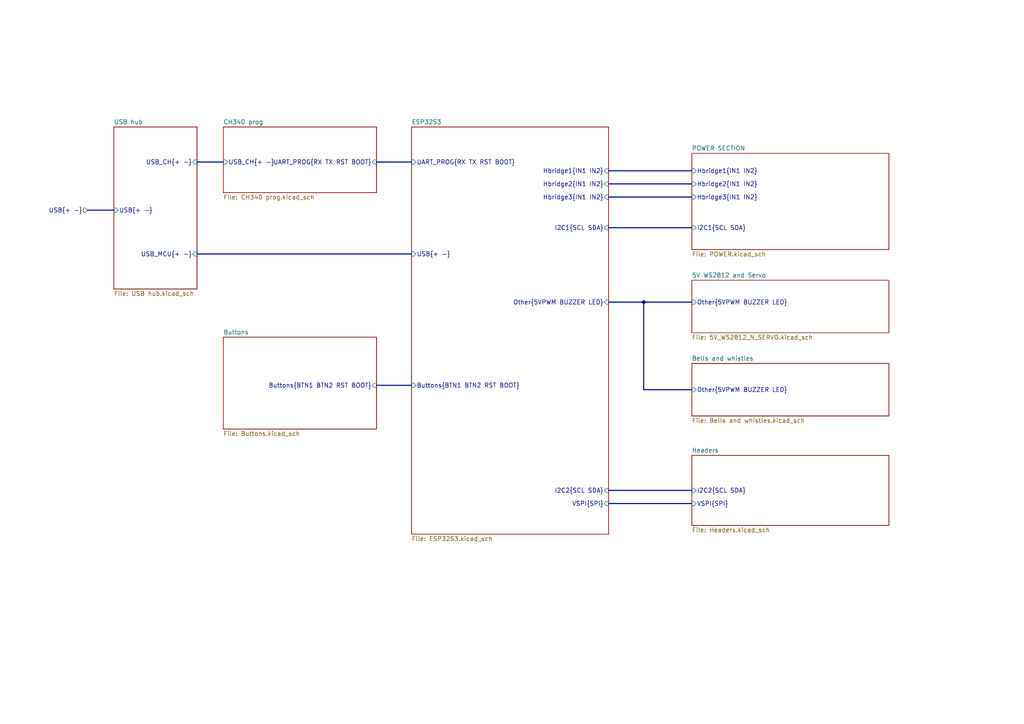
<source format=kicad_sch>
(kicad_sch
	(version 20231120)
	(generator "eeschema")
	(generator_version "8.0")
	(uuid "4f01d659-acdd-4286-a922-b53f5a7d02ba")
	(paper "A4")
	(title_block
		(title "MAIN")
		(date "2025-02-04")
		(rev "A")
		(company "Artem Horiunov")
		(comment 1 "DESIGNED IN POLAND")
	)
	(lib_symbols)
	(junction
		(at 186.69 87.63)
		(diameter 0)
		(color 0 0 0 0)
		(uuid "0bfd088b-3626-4b5f-875c-027926540d3c")
	)
	(bus
		(pts
			(xy 176.53 146.05) (xy 200.66 146.05)
		)
		(stroke
			(width 0)
			(type default)
		)
		(uuid "0c7b2cb7-b600-45ee-8b80-618b7e732ac5")
	)
	(bus
		(pts
			(xy 176.53 57.15) (xy 200.66 57.15)
		)
		(stroke
			(width 0)
			(type default)
		)
		(uuid "1085dd6e-0759-4037-bc6a-560df810f9bc")
	)
	(bus
		(pts
			(xy 186.69 87.63) (xy 200.66 87.63)
		)
		(stroke
			(width 0)
			(type default)
		)
		(uuid "6a5cb6a9-9270-4b47-b1fd-702afcf80a16")
	)
	(bus
		(pts
			(xy 176.53 53.34) (xy 200.66 53.34)
		)
		(stroke
			(width 0)
			(type default)
		)
		(uuid "7080b98b-4a34-441e-bb0a-2e1d09a59ff1")
	)
	(bus
		(pts
			(xy 176.53 66.04) (xy 200.66 66.04)
		)
		(stroke
			(width 0)
			(type default)
		)
		(uuid "73a50ff0-f4e9-4e19-aaa5-4aaa2250bc8d")
	)
	(bus
		(pts
			(xy 109.22 46.99) (xy 119.38 46.99)
		)
		(stroke
			(width 0)
			(type default)
		)
		(uuid "7aaa7982-096b-4bc2-9c37-fba2473fcd3a")
	)
	(bus
		(pts
			(xy 176.53 142.24) (xy 200.66 142.24)
		)
		(stroke
			(width 0)
			(type default)
		)
		(uuid "81e6457a-c9f7-4030-bd65-fa51504e240b")
	)
	(bus
		(pts
			(xy 109.22 111.76) (xy 119.38 111.76)
		)
		(stroke
			(width 0)
			(type default)
		)
		(uuid "8dd25152-8c49-47d3-b73b-dfc9dd4d5b25")
	)
	(bus
		(pts
			(xy 25.4 60.96) (xy 33.02 60.96)
		)
		(stroke
			(width 0)
			(type default)
		)
		(uuid "a39081cd-3a0a-423e-8172-a821649a801a")
	)
	(bus
		(pts
			(xy 200.66 113.03) (xy 186.69 113.03)
		)
		(stroke
			(width 0)
			(type default)
		)
		(uuid "b3461a7b-460f-4400-b4cf-5414337325af")
	)
	(bus
		(pts
			(xy 57.15 46.99) (xy 64.77 46.99)
		)
		(stroke
			(width 0)
			(type default)
		)
		(uuid "b381fb3b-e0be-46de-8e8a-b066668f5cff")
	)
	(bus
		(pts
			(xy 57.15 73.66) (xy 119.38 73.66)
		)
		(stroke
			(width 0)
			(type default)
		)
		(uuid "e1388bba-a553-488b-b15b-645ac6fd9e95")
	)
	(bus
		(pts
			(xy 176.53 87.63) (xy 186.69 87.63)
		)
		(stroke
			(width 0)
			(type default)
		)
		(uuid "ec6187c1-8bc9-4d0c-b27d-f2700d68e2ae")
	)
	(bus
		(pts
			(xy 176.53 49.53) (xy 200.66 49.53)
		)
		(stroke
			(width 0)
			(type default)
		)
		(uuid "f7c60f3d-605f-43fd-8aed-50c7ec22eb0d")
	)
	(bus
		(pts
			(xy 186.69 113.03) (xy 186.69 87.63)
		)
		(stroke
			(width 0)
			(type default)
		)
		(uuid "fd012dd7-04ea-4151-9005-e0b1694b0322")
	)
	(hierarchical_label "USB{+ -}"
		(shape input)
		(at 25.4 60.96 180)
		(fields_autoplaced yes)
		(effects
			(font
				(size 1.27 1.27)
			)
			(justify right)
		)
		(uuid "2c48da45-df81-4f79-8459-58550d78327e")
	)
	(sheet
		(at 200.66 132.08)
		(size 57.15 20.32)
		(fields_autoplaced yes)
		(stroke
			(width 0.1524)
			(type solid)
		)
		(fill
			(color 0 0 0 0.0000)
		)
		(uuid "1729833a-027d-4880-9d47-9217599f0e15")
		(property "Sheetname" "Headers"
			(at 200.66 131.3684 0)
			(effects
				(font
					(size 1.27 1.27)
				)
				(justify left bottom)
			)
		)
		(property "Sheetfile" "Headers.kicad_sch"
			(at 200.66 152.9846 0)
			(effects
				(font
					(size 1.27 1.27)
				)
				(justify left top)
			)
		)
		(pin "VSPI{SPI}" input
			(at 200.66 146.05 180)
			(effects
				(font
					(size 1.27 1.27)
				)
				(justify left)
			)
			(uuid "67ab0992-d72d-4b83-a659-a3bf1de9a6d8")
		)
		(pin "I2C2{SCL SDA}" input
			(at 200.66 142.24 180)
			(effects
				(font
					(size 1.27 1.27)
				)
				(justify left)
			)
			(uuid "21ec4afe-47b5-436e-9289-fde5b5f642ce")
		)
		(instances
			(project "SimpleLedController"
				(path "/de1fb7b1-f28d-4bae-89ca-5550da77be4e/50ac3697-a6ce-452b-81fb-5fffb80c209f"
					(page "16")
				)
			)
		)
	)
	(sheet
		(at 200.66 81.28)
		(size 57.15 15.24)
		(fields_autoplaced yes)
		(stroke
			(width 0.1524)
			(type solid)
		)
		(fill
			(color 0 0 0 0.0000)
		)
		(uuid "297a673b-1001-4fdf-8775-f19fc6a11456")
		(property "Sheetname" "5V WS2812 and Servo"
			(at 200.66 80.5684 0)
			(effects
				(font
					(size 1.27 1.27)
				)
				(justify left bottom)
			)
		)
		(property "Sheetfile" "5V_WS2812_N_SERVO.kicad_sch"
			(at 200.66 97.1046 0)
			(effects
				(font
					(size 1.27 1.27)
				)
				(justify left top)
			)
		)
		(pin "Other{5VPWM BUZZER LED}" input
			(at 200.66 87.63 180)
			(effects
				(font
					(size 1.27 1.27)
				)
				(justify left)
			)
			(uuid "77a4140c-19ef-4fed-bfdd-403942980f65")
		)
		(instances
			(project "SimpleLedController"
				(path "/de1fb7b1-f28d-4bae-89ca-5550da77be4e/50ac3697-a6ce-452b-81fb-5fffb80c209f"
					(page "14")
				)
			)
		)
	)
	(sheet
		(at 64.77 36.83)
		(size 44.45 19.05)
		(fields_autoplaced yes)
		(stroke
			(width 0.1524)
			(type solid)
		)
		(fill
			(color 0 0 0 0.0000)
		)
		(uuid "573e399c-55e4-4f26-868e-17041161b83a")
		(property "Sheetname" "CH340 prog"
			(at 64.77 36.1184 0)
			(effects
				(font
					(size 1.27 1.27)
				)
				(justify left bottom)
			)
		)
		(property "Sheetfile" "CH340 prog.kicad_sch"
			(at 64.77 56.4646 0)
			(effects
				(font
					(size 1.27 1.27)
				)
				(justify left top)
			)
		)
		(pin "USB_CH{+ -}" input
			(at 64.77 46.99 180)
			(effects
				(font
					(size 1.27 1.27)
				)
				(justify left)
			)
			(uuid "304d7384-3ba5-4aba-b3be-14a3732c82e9")
		)
		(pin "UART_PROG{RX TX RST BOOT}" input
			(at 109.22 46.99 0)
			(effects
				(font
					(size 1.27 1.27)
				)
				(justify right)
			)
			(uuid "b73daf2a-69c1-4478-94d1-97808f2640c2")
		)
		(instances
			(project "SimpleLedController"
				(path "/de1fb7b1-f28d-4bae-89ca-5550da77be4e/50ac3697-a6ce-452b-81fb-5fffb80c209f"
					(page "10")
				)
			)
		)
	)
	(sheet
		(at 119.38 36.83)
		(size 57.15 118.11)
		(fields_autoplaced yes)
		(stroke
			(width 0.1524)
			(type solid)
		)
		(fill
			(color 0 0 0 0.0000)
		)
		(uuid "734ea1e1-065d-4afa-81e6-e29f5edd8fa7")
		(property "Sheetname" "ESP32S3"
			(at 119.38 36.1184 0)
			(effects
				(font
					(size 1.27 1.27)
				)
				(justify left bottom)
			)
		)
		(property "Sheetfile" "ESP32S3.kicad_sch"
			(at 119.38 155.5246 0)
			(effects
				(font
					(size 1.27 1.27)
				)
				(justify left top)
			)
		)
		(pin "USB{+ -}" input
			(at 119.38 73.66 180)
			(effects
				(font
					(size 1.27 1.27)
				)
				(justify left)
			)
			(uuid "a510394d-cbef-467e-b8cb-1fe48e295919")
		)
		(pin "Other{5VPWM BUZZER LED}" input
			(at 176.53 87.63 0)
			(effects
				(font
					(size 1.27 1.27)
				)
				(justify right)
			)
			(uuid "15c80456-f77f-4b0f-8527-df1a85b70707")
		)
		(pin "Hbridge3{IN1 IN2}" input
			(at 176.53 57.15 0)
			(effects
				(font
					(size 1.27 1.27)
				)
				(justify right)
			)
			(uuid "f12981fd-4731-4293-8154-46df0315fe50")
		)
		(pin "Hbridge1{IN1 IN2}" input
			(at 176.53 49.53 0)
			(effects
				(font
					(size 1.27 1.27)
				)
				(justify right)
			)
			(uuid "ce462b87-ea96-4f0b-8596-7c66350c20d9")
		)
		(pin "Hbridge2{IN1 IN2}" input
			(at 176.53 53.34 0)
			(effects
				(font
					(size 1.27 1.27)
				)
				(justify right)
			)
			(uuid "5b24526f-e404-4011-9582-2d02463ce436")
		)
		(pin "I2C1{SCL SDA}" input
			(at 176.53 66.04 0)
			(effects
				(font
					(size 1.27 1.27)
				)
				(justify right)
			)
			(uuid "8426e571-7c85-4b2b-9d55-ffba53f179a6")
		)
		(pin "I2C2{SCL SDA}" input
			(at 176.53 142.24 0)
			(effects
				(font
					(size 1.27 1.27)
				)
				(justify right)
			)
			(uuid "41670eec-2253-4d82-8623-6a960a1d2f3c")
		)
		(pin "VSPI{SPI}" input
			(at 176.53 146.05 0)
			(effects
				(font
					(size 1.27 1.27)
				)
				(justify right)
			)
			(uuid "45f7dce1-be54-4492-b8f5-5b4239d5ae95")
		)
		(pin "Buttons{BTN1 BTN2 RST BOOT}" input
			(at 119.38 111.76 180)
			(effects
				(font
					(size 1.27 1.27)
				)
				(justify left)
			)
			(uuid "5738e1a4-e40e-44c8-a983-799674f15f9a")
		)
		(pin "UART_PROG{RX TX RST BOOT}" input
			(at 119.38 46.99 180)
			(effects
				(font
					(size 1.27 1.27)
				)
				(justify left)
			)
			(uuid "f27e8379-446c-40d7-bb62-64828623801b")
		)
		(instances
			(project "SimpleLedController"
				(path "/de1fb7b1-f28d-4bae-89ca-5550da77be4e/50ac3697-a6ce-452b-81fb-5fffb80c209f"
					(page "13")
				)
			)
		)
	)
	(sheet
		(at 200.66 105.41)
		(size 57.15 15.24)
		(fields_autoplaced yes)
		(stroke
			(width 0.1524)
			(type solid)
		)
		(fill
			(color 0 0 0 0.0000)
		)
		(uuid "a32b977d-febd-4877-a8e2-3646970420f5")
		(property "Sheetname" "Bells and whistles"
			(at 200.66 104.6984 0)
			(effects
				(font
					(size 1.27 1.27)
				)
				(justify left bottom)
			)
		)
		(property "Sheetfile" "Bells and whistles.kicad_sch"
			(at 200.66 121.2346 0)
			(effects
				(font
					(size 1.27 1.27)
				)
				(justify left top)
			)
		)
		(pin "Other{5VPWM BUZZER LED}" input
			(at 200.66 113.03 180)
			(effects
				(font
					(size 1.27 1.27)
				)
				(justify left)
			)
			(uuid "2c0cbe7f-3ddc-402a-b243-c51c881453a3")
		)
		(instances
			(project "SimpleLedController"
				(path "/de1fb7b1-f28d-4bae-89ca-5550da77be4e/50ac3697-a6ce-452b-81fb-5fffb80c209f"
					(page "17")
				)
			)
		)
	)
	(sheet
		(at 64.77 97.79)
		(size 44.45 26.67)
		(fields_autoplaced yes)
		(stroke
			(width 0.1524)
			(type solid)
		)
		(fill
			(color 0 0 0 0.0000)
		)
		(uuid "b748548d-004b-4af6-a43b-a82cc4cbcd41")
		(property "Sheetname" "Buttons"
			(at 64.77 97.0784 0)
			(effects
				(font
					(size 1.27 1.27)
				)
				(justify left bottom)
			)
		)
		(property "Sheetfile" "Buttons.kicad_sch"
			(at 64.77 125.0446 0)
			(effects
				(font
					(size 1.27 1.27)
				)
				(justify left top)
			)
		)
		(pin "Buttons{BTN1 BTN2 RST BOOT}" input
			(at 109.22 111.76 0)
			(effects
				(font
					(size 1.27 1.27)
				)
				(justify right)
			)
			(uuid "6bfa2cd0-aa34-4a40-9d03-e278d757bf42")
		)
		(instances
			(project "SimpleLedController"
				(path "/de1fb7b1-f28d-4bae-89ca-5550da77be4e/50ac3697-a6ce-452b-81fb-5fffb80c209f"
					(page "15")
				)
			)
		)
	)
	(sheet
		(at 33.02 36.83)
		(size 24.13 46.99)
		(fields_autoplaced yes)
		(stroke
			(width 0.1524)
			(type solid)
		)
		(fill
			(color 0 0 0 0.0000)
		)
		(uuid "c9e0c302-6f74-49aa-b1f3-0ee4abb3f467")
		(property "Sheetname" "USB hub"
			(at 33.02 36.1184 0)
			(effects
				(font
					(size 1.27 1.27)
				)
				(justify left bottom)
			)
		)
		(property "Sheetfile" "USB hub.kicad_sch"
			(at 33.02 84.4046 0)
			(effects
				(font
					(size 1.27 1.27)
				)
				(justify left top)
			)
		)
		(pin "USB{+ -}" input
			(at 33.02 60.96 180)
			(effects
				(font
					(size 1.27 1.27)
				)
				(justify left)
			)
			(uuid "9ffed8bf-2589-426e-ad91-c7661e4ae12f")
		)
		(pin "USB_MCU{+ -}" input
			(at 57.15 73.66 0)
			(effects
				(font
					(size 1.27 1.27)
				)
				(justify right)
			)
			(uuid "1f271f77-1153-4c27-b1ce-b407f532b100")
		)
		(pin "USB_CH{+ -}" input
			(at 57.15 46.99 0)
			(effects
				(font
					(size 1.27 1.27)
				)
				(justify right)
			)
			(uuid "54df11a4-d33e-4ef4-8156-00f2572e5104")
		)
		(instances
			(project "SimpleLedController"
				(path "/de1fb7b1-f28d-4bae-89ca-5550da77be4e/50ac3697-a6ce-452b-81fb-5fffb80c209f"
					(page "11")
				)
			)
		)
	)
	(sheet
		(at 200.66 44.45)
		(size 57.15 27.94)
		(fields_autoplaced yes)
		(stroke
			(width 0.1524)
			(type solid)
		)
		(fill
			(color 0 0 0 0.0000)
		)
		(uuid "fe15959e-5b1f-4259-8c71-c881ef35358e")
		(property "Sheetname" "POWER SECTION"
			(at 200.66 43.7384 0)
			(effects
				(font
					(size 1.27 1.27)
				)
				(justify left bottom)
			)
		)
		(property "Sheetfile" "POWER.kicad_sch"
			(at 200.66 72.9746 0)
			(effects
				(font
					(size 1.27 1.27)
				)
				(justify left top)
			)
		)
		(pin "Hbridge1{IN1 IN2}" input
			(at 200.66 49.53 180)
			(effects
				(font
					(size 1.27 1.27)
				)
				(justify left)
			)
			(uuid "b81085a6-c9b8-4cd3-b2e3-4b183632fc03")
		)
		(pin "Hbridge2{IN1 IN2}" input
			(at 200.66 53.34 180)
			(effects
				(font
					(size 1.27 1.27)
				)
				(justify left)
			)
			(uuid "479ff41f-ee8c-435a-8add-c595527dc91b")
		)
		(pin "Hbridge3{IN1 IN2}" input
			(at 200.66 57.15 180)
			(effects
				(font
					(size 1.27 1.27)
				)
				(justify left)
			)
			(uuid "42fff8c7-0e57-402f-a67d-1a222cfb8de8")
		)
		(pin "I2C1{SCL SDA}" input
			(at 200.66 66.04 180)
			(effects
				(font
					(size 1.27 1.27)
				)
				(justify left)
			)
			(uuid "98c78a50-7e81-4690-a618-af3b8950e701")
		)
		(instances
			(project "SimpleLedController"
				(path "/de1fb7b1-f28d-4bae-89ca-5550da77be4e/50ac3697-a6ce-452b-81fb-5fffb80c209f"
					(page "14")
				)
			)
		)
	)
)

</source>
